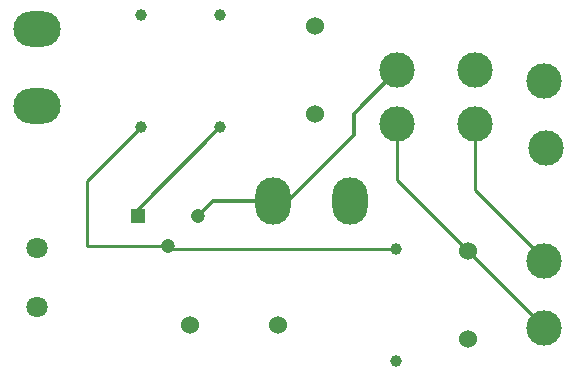
<source format=gbl>
G04 Layer: BottomLayer*
G04 EasyEDA v6.5.15, 2022-09-28 12:13:24*
G04 892822c75daf4fab94dfbcc76b8c5603,1f4112cc517544ad8a54913e61995025,10*
G04 Gerber Generator version 0.2*
G04 Scale: 100 percent, Rotated: No, Reflected: No *
G04 Dimensions in millimeters *
G04 leading zeros omitted , absolute positions ,4 integer and 5 decimal *
%FSLAX45Y45*%
%MOMM*%

%ADD10C,0.2540*%
%ADD11C,0.3000*%
%ADD12O,3.9999919999999998X2.999994*%
%ADD13O,2.999994X3.9999919999999998*%
%ADD14C,1.5240*%
%ADD15C,2.9997*%
%ADD16C,1.2065*%
%ADD17R,1.2065X1.2065*%
%ADD18C,1.0000*%
%ADD19C,3.0000*%
%ADD20C,1.8000*%

%LPD*%
D10*
X5041900Y6839204D02*
G01*
X5689600Y6191504D01*
X5689600Y6184900D01*
X5105400Y7912100D02*
G01*
X5105400Y7353300D01*
X5689600Y6769100D01*
X5041900Y6839204D02*
G01*
X4445000Y7436104D01*
X4445000Y7912100D01*
D11*
X4076700Y8001000D02*
G01*
X4445000Y8369300D01*
X3396114Y7264400D02*
G01*
X3517900Y7264400D01*
X4076700Y7823200D01*
X4076700Y8001000D01*
X2755900Y7137400D02*
G01*
X2882900Y7264400D01*
X3396109Y7264400D01*
X2247900Y7137400D02*
G01*
X2247900Y7188212D01*
X2946400Y7886712D01*
D10*
X2501900Y6883400D02*
G01*
X2527300Y6858000D01*
X4432300Y6858000D01*
X2501900Y6883400D02*
G01*
X1816100Y6883400D01*
X1816100Y7429512D01*
X2273300Y7886712D01*
D12*
G01*
X1397000Y8719685D03*
G01*
X1397000Y8069699D03*
D13*
G01*
X3396114Y7264400D03*
G01*
X4046100Y7264400D03*
D14*
G01*
X3435710Y6210300D03*
G01*
X2685699Y6210300D03*
G01*
X3746500Y8744310D03*
G01*
X3746500Y7994299D03*
G01*
X5041900Y6839310D03*
G01*
X5041900Y6089299D03*
D15*
G01*
X4445000Y7912100D03*
G01*
X5105400Y7912100D03*
G01*
X5105400Y8369300D03*
G01*
X4445000Y8369300D03*
D16*
G01*
X2755900Y7137400D03*
G01*
X2501900Y6883400D03*
D17*
G01*
X2247900Y7137400D03*
D18*
G01*
X2273300Y7886712D03*
G01*
X2273300Y8839212D03*
G01*
X4432300Y5905512D03*
G01*
X4432300Y6858012D03*
G01*
X2946400Y7886712D03*
G01*
X2946400Y8839212D03*
D19*
G01*
X5689587Y6756400D03*
G01*
X5689587Y6184900D03*
G01*
X5689612Y8280400D03*
G01*
X5702312Y7708900D03*
D20*
G01*
X1397010Y6862800D03*
G01*
X1397010Y6362801D03*
M02*

</source>
